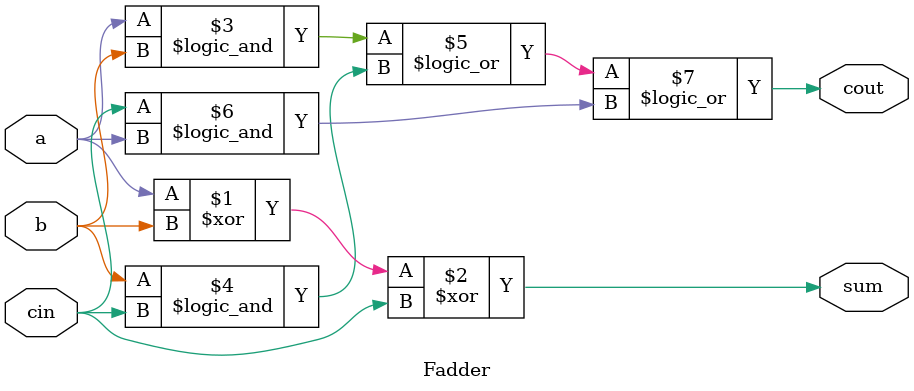
<source format=v>
module top_module( 
    input [99:0] a, b,
    input cin,
    output [99:0] cout,
    output [99:0] sum );
    
    genvar i;
    Fadder I1(a[0], b[0], cin, cout[0], sum[0]);
   	
    
    generate for(i=1;i<100; i++)
        begin: Fadder_gen
            Fadder I2(a[i], b[i], cout[i-1], cout[i], sum[i]);
        end
    endgenerate

endmodule


module Fadder(a,b,cin,cout,sum);
    input a,b,cin;
    output cout, sum;
    assign sum = a^b^cin;
	assign cout = (a&&b) || (b&&cin) || (cin&&a); 
endmodule

</source>
